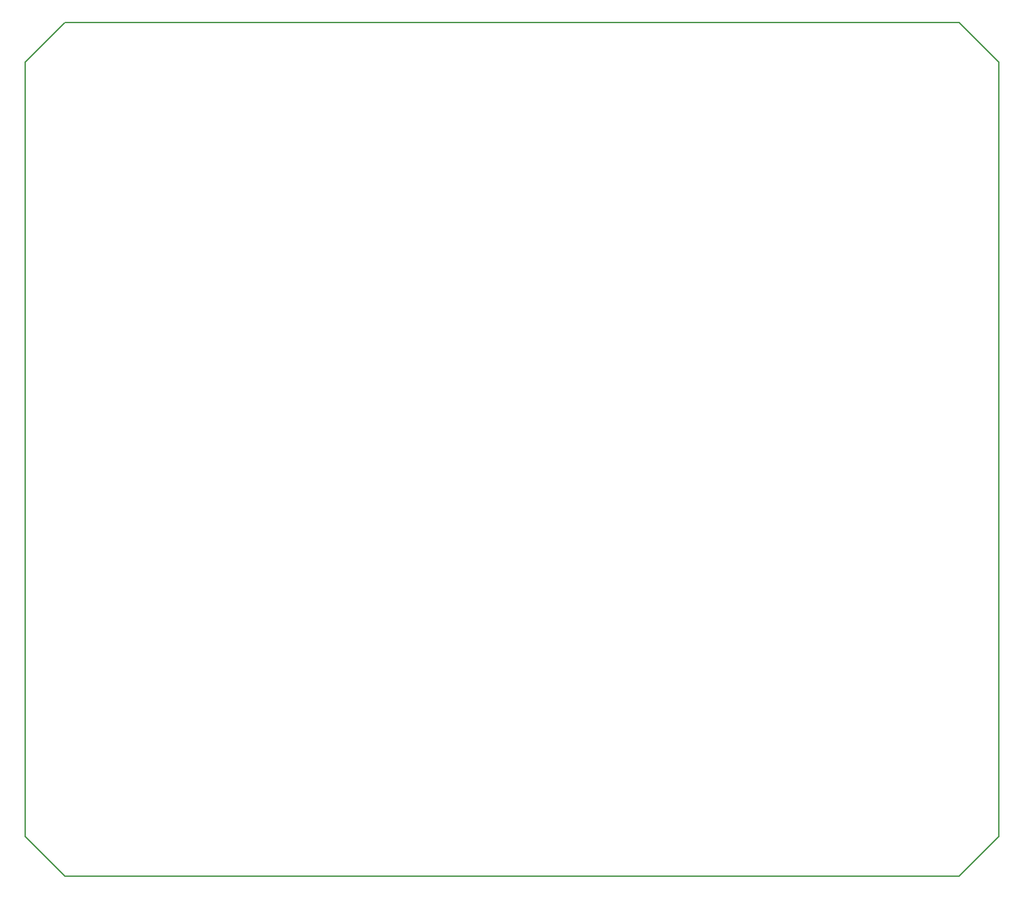
<source format=gbr>
%TF.GenerationSoftware,KiCad,Pcbnew,7.0.8*%
%TF.CreationDate,2023-10-15T22:31:49-07:00*%
%TF.ProjectId,DevkitHotswapPicoHub,4465766b-6974-4486-9f74-737761705069,rev?*%
%TF.SameCoordinates,Original*%
%TF.FileFunction,Profile,NP*%
%FSLAX46Y46*%
G04 Gerber Fmt 4.6, Leading zero omitted, Abs format (unit mm)*
G04 Created by KiCad (PCBNEW 7.0.8) date 2023-10-15 22:31:49*
%MOMM*%
%LPD*%
G01*
G04 APERTURE LIST*
%TA.AperFunction,Profile*%
%ADD10C,0.200000*%
%TD*%
G04 APERTURE END LIST*
D10*
X137160000Y-17780000D02*
X137160000Y-116840000D01*
X132080000Y-121920000D01*
X17780000Y-121920000D01*
X12700000Y-116840000D01*
X12700000Y-17780000D01*
X17780000Y-12700000D01*
X132080000Y-12700000D01*
X137160000Y-17780000D01*
M02*

</source>
